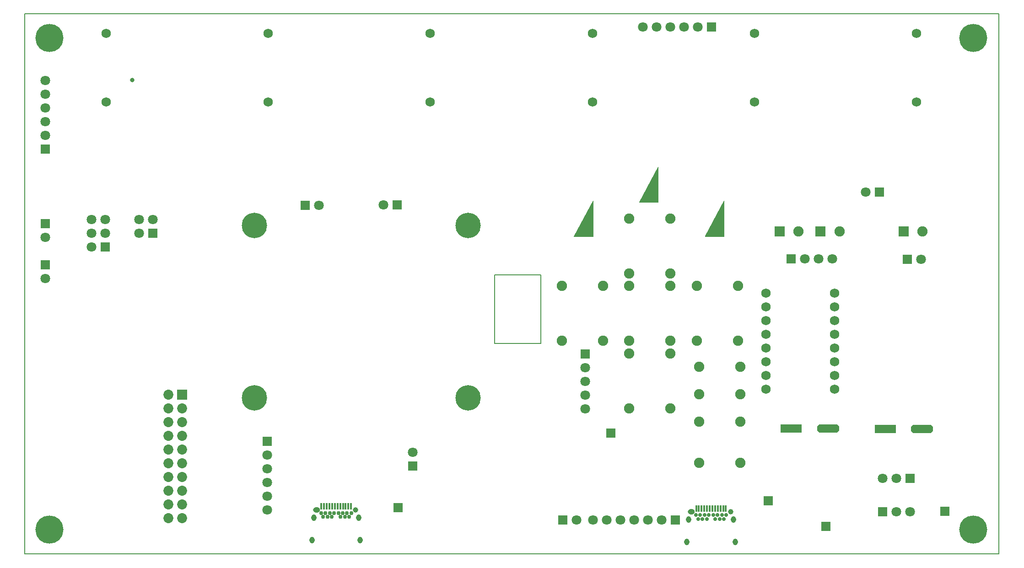
<source format=gbs>
G04*
G04 #@! TF.GenerationSoftware,Altium Limited,Altium NEXUS,2.1.9 (83)*
G04*
G04 Layer_Color=16711935*
%FSLAX44Y44*%
%MOMM*%
G71*
G01*
G75*
%ADD13C,0.2000*%
%ADD85C,5.2032*%
%ADD86C,1.7272*%
%ADD87C,1.9032*%
%ADD88R,1.9032X1.9032*%
%ADD89R,1.8532X1.8532*%
%ADD90C,1.8532*%
%ADD91C,0.7000*%
%ADD92O,0.9532X1.2532*%
%ADD93C,1.0000*%
%ADD94O,1.3000X1.0000*%
%ADD95C,0.7500*%
%ADD96C,1.8032*%
%ADD97R,1.8032X1.8032*%
%ADD98R,1.8032X1.8032*%
%ADD99C,4.7032*%
%ADD100C,0.8032*%
%ADD123R,4.0032X1.5032*%
G04:AMPARAMS|DCode=124|XSize=4.0032mm|YSize=1.5032mm|CornerRadius=0mm|HoleSize=0mm|Usage=FLASHONLY|Rotation=180.000|XOffset=0mm|YOffset=0mm|HoleType=Round|Shape=Octagon|*
%AMOCTAGOND124*
4,1,8,-2.0016,0.3758,-2.0016,-0.3758,-1.6258,-0.7516,1.6258,-0.7516,2.0016,-0.3758,2.0016,0.3758,1.6258,0.7516,-1.6258,0.7516,-2.0016,0.3758,0.0*
%
%ADD124OCTAGOND124*%

%ADD125R,0.4000X1.3000*%
G36*
X1052000Y653408D02*
Y587000D01*
X1015990D01*
X1015339Y588091D01*
X1050769Y653719D01*
X1052000Y653408D01*
D02*
G37*
G36*
X1172500Y716583D02*
Y650250D01*
X1137725D01*
X1137067Y651336D01*
X1171266Y716886D01*
X1172500Y716583D01*
D02*
G37*
G36*
X1294500Y653689D02*
Y587311D01*
X1258984D01*
X1258330Y588399D01*
X1293268Y653997D01*
X1294500Y653689D01*
D02*
G37*
D13*
X868750Y390000D02*
Y516250D01*
Y390000D02*
X955000D01*
Y516250D01*
X868750D02*
X955000D01*
X0Y0D02*
Y1000000D01*
X1802500D01*
Y0D02*
Y1000000D01*
X0Y0D02*
X1802500D01*
D85*
X45000Y955000D02*
D03*
X1755000D02*
D03*
Y45000D02*
D03*
X45000D02*
D03*
D86*
X1650000Y963500D02*
D03*
Y836500D02*
D03*
X1350000Y963500D02*
D03*
Y836500D02*
D03*
X1050000Y963500D02*
D03*
Y836500D02*
D03*
X750000Y963500D02*
D03*
Y836500D02*
D03*
X450000Y963500D02*
D03*
Y836500D02*
D03*
X150000Y963500D02*
D03*
Y836500D02*
D03*
X1371500Y482950D02*
D03*
Y457550D02*
D03*
Y432150D02*
D03*
Y406750D02*
D03*
Y381350D02*
D03*
Y355950D02*
D03*
Y330550D02*
D03*
Y305150D02*
D03*
X1498500Y482950D02*
D03*
Y457550D02*
D03*
Y432150D02*
D03*
Y406750D02*
D03*
Y381350D02*
D03*
Y355950D02*
D03*
Y330550D02*
D03*
Y305150D02*
D03*
D87*
X1661000Y597250D02*
D03*
X1507250D02*
D03*
X1431250D02*
D03*
X1194600Y496050D02*
D03*
Y394450D02*
D03*
X1118400Y496050D02*
D03*
Y394450D02*
D03*
X1194600Y621050D02*
D03*
Y519450D02*
D03*
X1118400Y621050D02*
D03*
Y519450D02*
D03*
X1194600Y371050D02*
D03*
Y269450D02*
D03*
X1118400Y371050D02*
D03*
Y269450D02*
D03*
X1069600Y496050D02*
D03*
Y394450D02*
D03*
X993400Y496050D02*
D03*
Y394450D02*
D03*
X1319600Y496050D02*
D03*
Y394450D02*
D03*
X1243400Y496050D02*
D03*
Y394450D02*
D03*
X1247500Y346800D02*
D03*
Y296000D02*
D03*
X1323700Y346800D02*
D03*
Y296000D02*
D03*
Y245200D02*
D03*
X1247500D02*
D03*
X1323700Y169000D02*
D03*
X1247500D02*
D03*
D88*
X1626000Y597250D02*
D03*
X1472250D02*
D03*
X1396250D02*
D03*
D89*
X290671Y295140D02*
D03*
D90*
X265271D02*
D03*
X290671Y269740D02*
D03*
X265271D02*
D03*
X290671Y244340D02*
D03*
X265271D02*
D03*
X290671Y218940D02*
D03*
X265271D02*
D03*
X290671Y193540D02*
D03*
X265271D02*
D03*
X290671Y168140D02*
D03*
X265271D02*
D03*
X290671Y142740D02*
D03*
X265271D02*
D03*
X290671Y117340D02*
D03*
X265271D02*
D03*
X290671Y91940D02*
D03*
X265271D02*
D03*
X290671Y66540D02*
D03*
X265271D02*
D03*
D91*
X1297610Y71780D02*
D03*
X1289610D02*
D03*
X1281610D02*
D03*
X1273610D02*
D03*
X1265610D02*
D03*
X1257610D02*
D03*
X1249610D02*
D03*
X1241610D02*
D03*
X1293610Y64780D02*
D03*
X1285610D02*
D03*
X1277610D02*
D03*
X1261610D02*
D03*
X1253610D02*
D03*
X1245610D02*
D03*
D92*
X1310910Y63380D02*
D03*
X1228310D02*
D03*
X1225110Y21880D02*
D03*
X1314110D02*
D03*
X617300Y67100D02*
D03*
X534700D02*
D03*
X531500Y25600D02*
D03*
X620500D02*
D03*
D93*
X1305610Y77780D02*
D03*
X612000Y81500D02*
D03*
D94*
X1233610Y77780D02*
D03*
X540000Y81500D02*
D03*
D95*
X604000Y75500D02*
D03*
X596000D02*
D03*
X588000D02*
D03*
X580000D02*
D03*
X572000D02*
D03*
X564000D02*
D03*
X556000D02*
D03*
X548000D02*
D03*
X600000Y68500D02*
D03*
X592000D02*
D03*
X584000D02*
D03*
X568000D02*
D03*
X560000D02*
D03*
X552000D02*
D03*
D96*
X1050900Y62500D02*
D03*
X1076300D02*
D03*
X1101700D02*
D03*
X1127100D02*
D03*
X1177900D02*
D03*
X1152500D02*
D03*
X1021000Y62750D02*
D03*
X37750Y510050D02*
D03*
X448250Y183300D02*
D03*
Y157900D02*
D03*
Y132500D02*
D03*
Y107100D02*
D03*
Y81700D02*
D03*
X37750Y586250D02*
D03*
X717750Y188000D02*
D03*
X1244800Y975750D02*
D03*
X1219400D02*
D03*
X1194000D02*
D03*
X1168600D02*
D03*
X1143200D02*
D03*
X1657900Y545500D02*
D03*
X1494050Y546250D02*
D03*
X1468650D02*
D03*
X1443250D02*
D03*
X1612750Y139500D02*
D03*
X1587350D02*
D03*
X1612500Y77750D02*
D03*
X1637900D02*
D03*
X1555850Y670000D02*
D03*
X663350Y646500D02*
D03*
X544000Y645250D02*
D03*
X123600Y618900D02*
D03*
X149000D02*
D03*
X123600Y593500D02*
D03*
X149000D02*
D03*
X123600Y568100D02*
D03*
X210850Y593750D02*
D03*
X236250Y619150D02*
D03*
X210850D02*
D03*
X37750Y774750D02*
D03*
Y800150D02*
D03*
Y825550D02*
D03*
Y850950D02*
D03*
Y876350D02*
D03*
X1036500Y345000D02*
D03*
Y319600D02*
D03*
Y294200D02*
D03*
Y268800D02*
D03*
D97*
X1203300Y62500D02*
D03*
X995600Y62750D02*
D03*
X1702250Y79250D02*
D03*
X1270200Y975750D02*
D03*
X1375750Y98250D02*
D03*
X690250Y85600D02*
D03*
X1632500Y545500D02*
D03*
X1417850Y546250D02*
D03*
X1638150Y139500D02*
D03*
X1587100Y77750D02*
D03*
X1581250Y670000D02*
D03*
X688750Y646500D02*
D03*
X518600Y645250D02*
D03*
D98*
X37750Y535450D02*
D03*
X448250Y208700D02*
D03*
X37750Y611650D02*
D03*
X717750Y162600D02*
D03*
X1482500Y51000D02*
D03*
X1084250Y224000D02*
D03*
X149000Y568100D02*
D03*
X236250Y593750D02*
D03*
X37750Y749350D02*
D03*
X1036500Y370400D02*
D03*
D99*
X425000Y288500D02*
D03*
X820300D02*
D03*
X820000Y608500D02*
D03*
X425000D02*
D03*
D100*
X198250Y877750D02*
D03*
D123*
X1418000Y232500D02*
D03*
X1592250Y231750D02*
D03*
D124*
X1486000Y232500D02*
D03*
X1660250Y231750D02*
D03*
D125*
X1297110Y84380D02*
D03*
X1292110D02*
D03*
X1287110D02*
D03*
X1282110D02*
D03*
X1277110D02*
D03*
X1272110D02*
D03*
X1267110D02*
D03*
X1262110D02*
D03*
X1257110D02*
D03*
X1252110D02*
D03*
X1247110D02*
D03*
X1242110D02*
D03*
X603500Y88100D02*
D03*
X598500D02*
D03*
X593500D02*
D03*
X588500D02*
D03*
X583500D02*
D03*
X578500D02*
D03*
X573500D02*
D03*
X568500D02*
D03*
X563500D02*
D03*
X558500D02*
D03*
X553500D02*
D03*
X548500D02*
D03*
M02*

</source>
